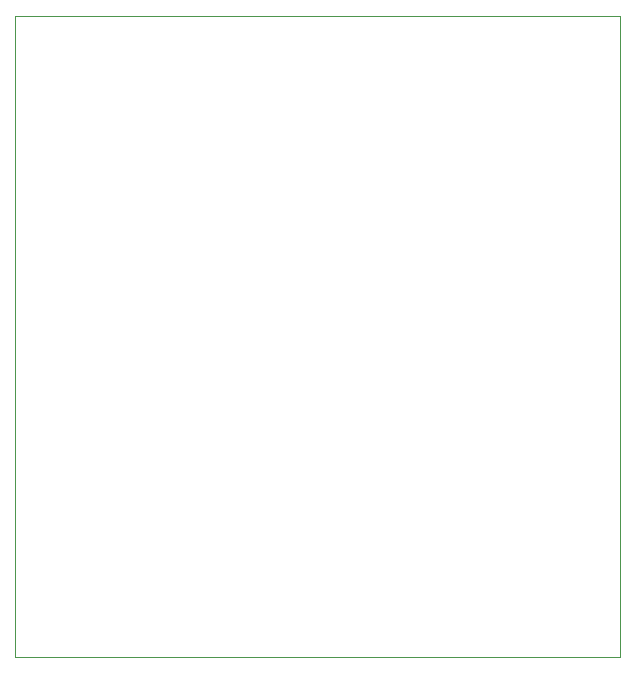
<source format=gbr>
%TF.GenerationSoftware,KiCad,Pcbnew,9.0.1*%
%TF.CreationDate,2025-06-16T22:26:20+01:00*%
%TF.ProjectId,Test_2,54657374-5f32-42e6-9b69-6361645f7063,rev?*%
%TF.SameCoordinates,Original*%
%TF.FileFunction,Paste,Bot*%
%TF.FilePolarity,Positive*%
%FSLAX46Y46*%
G04 Gerber Fmt 4.6, Leading zero omitted, Abs format (unit mm)*
G04 Created by KiCad (PCBNEW 9.0.1) date 2025-06-16 22:26:20*
%MOMM*%
%LPD*%
G01*
G04 APERTURE LIST*
%TA.AperFunction,Profile*%
%ADD10C,0.050000*%
%TD*%
G04 APERTURE END LIST*
D10*
X102889000Y-59100000D02*
X154048000Y-59100000D01*
X154048000Y-113316000D01*
X102889000Y-113316000D01*
X102889000Y-59100000D01*
M02*

</source>
